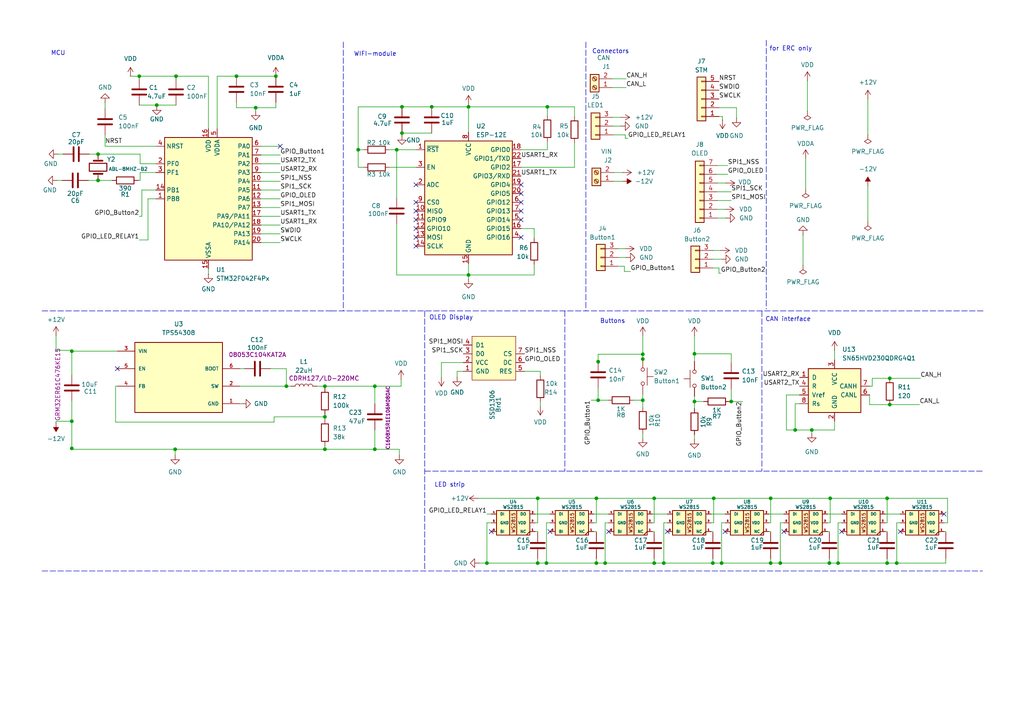
<source format=kicad_sch>
(kicad_sch (version 20231120) (generator "eeschema") (generator_version "8.0")
  (paper "A4")
  (junction (at 209.296 163.322))
  (junction (at 173.482 104.902))
  (junction (at 74.168 31.242))
  (junction (at 20.828 130.048))
  (junction (at 257.302 144.526))
  (junction (at 141.224 163.322))
  (junction (at 50.8 130.302))
  (junction (at 135.89 30.988))
  (junction (at 201.422 102.616))
  (junction (at 155.956 163.322))
  (junction (at 189.738 163.322))
  (junction (at 172.974 163.322))
  (junction (at 192.532 163.322))
  (junction (at 240.792 144.526))
  (junction (at 20.828 122.174))
  (junction (at 258.064 117.348))
  (junction (at 172.974 144.526))
  (junction (at 94.234 112.014))
  (junction (at 116.586 30.988))
  (junction (at 257.302 163.322))
  (junction (at 207.01 144.526))
  (junction (at 240.538 163.322))
  (junction (at 158.496 163.322))
  (junction (at 260.096 163.322))
  (junction (at 68.58 22.098))
  (junction (at 51.054 22.098))
  (junction (at 116.586 38.608))
  (junction (at 186.436 116.078))
  (junction (at 83.058 112.014))
  (junction (at 28.448 52.324))
  (junction (at 235.458 124.714))
  (junction (at 230.632 124.714))
  (junction (at 125.222 30.988))
  (junction (at 212.09 116.459))
  (junction (at 155.956 144.526))
  (junction (at 40.386 22.098))
  (junction (at 94.234 120.904))
  (junction (at 175.514 163.322))
  (junction (at 80.01 22.098))
  (junction (at 135.89 79.756))
  (junction (at 186.436 104.14))
  (junction (at 226.314 163.322))
  (junction (at 108.712 130.302))
  (junction (at 223.52 144.526))
  (junction (at 173.482 116.078))
  (junction (at 243.078 163.322))
  (junction (at 223.52 163.322))
  (junction (at 115.062 43.434))
  (junction (at 103.886 43.434))
  (junction (at 28.448 44.704))
  (junction (at 108.712 112.014))
  (junction (at 189.738 144.526))
  (junction (at 94.234 130.302))
  (junction (at 158.75 30.988))
  (junction (at 45.466 30.48))
  (junction (at 258.064 109.728))
  (junction (at 201.422 116.459))
  (junction (at 20.828 101.854))
  (junction (at 186.436 102.743))
  (junction (at 206.756 163.322))
  (no_connect (at 261.112 154.178))
  (no_connect (at 151.13 63.754))
  (no_connect (at 193.548 154.178))
  (no_connect (at 81.28 42.418))
  (no_connect (at 120.65 71.374))
  (no_connect (at 151.13 53.594))
  (no_connect (at 120.65 68.834))
  (no_connect (at 151.13 58.674))
  (no_connect (at 34.036 106.934))
  (no_connect (at 151.13 68.834))
  (no_connect (at 210.312 154.178))
  (no_connect (at 151.13 61.214))
  (no_connect (at 120.65 58.674))
  (no_connect (at 159.512 154.178))
  (no_connect (at 120.65 66.294))
  (no_connect (at 176.53 154.178))
  (no_connect (at 244.094 154.178))
  (no_connect (at 142.494 154.178))
  (no_connect (at 120.65 63.754))
  (no_connect (at 120.65 61.214))
  (no_connect (at 227.33 154.178))
  (no_connect (at 273.812 149.098))
  (no_connect (at 120.65 53.594))
  (no_connect (at 151.13 56.134))
  (wire (pts (xy 113.03 48.514) (xy 120.65 48.514)))
  (wire (pts (xy 108.712 130.302) (xy 115.824 130.302)))
  (wire (pts (xy 132.588 107.696) (xy 132.588 109.474)))
  (wire (pts (xy 207.01 144.526) (xy 207.01 151.638)))
  (wire (pts (xy 50.8 130.302) (xy 94.234 130.302)))
  (wire (pts (xy 20.828 101.6) (xy 20.828 101.854)))
  (wire (pts (xy 166.624 48.514) (xy 166.624 41.402)))
  (wire (pts (xy 75.692 57.658) (xy 81.28 57.658)))
  (wire (pts (xy 251.714 64.262) (xy 251.714 53.848)))
  (wire (pts (xy 235.458 124.714) (xy 235.458 125.73)))
  (wire (pts (xy 41.148 55.118) (xy 41.148 62.738)))
  (wire (pts (xy 240.03 149.098) (xy 244.094 149.098)))
  (wire (pts (xy 84.328 112.014) (xy 83.058 112.014)))
  (wire (pts (xy 206.756 75.184) (xy 209.296 75.184)))
  (wire (pts (xy 94.234 130.302) (xy 108.712 130.302)))
  (wire (pts (xy 75.692 44.958) (xy 81.28 44.958)))
  (wire (pts (xy 154.94 79.756) (xy 135.89 79.756)))
  (wire (pts (xy 228.092 114.554) (xy 231.902 114.554)))
  (wire (pts (xy 177.8 36.576) (xy 180.086 36.576)))
  (wire (pts (xy 213.614 34.29) (xy 213.614 31.242)))
  (wire (pts (xy 186.436 97.409) (xy 186.436 102.743)))
  (wire (pts (xy 223.52 163.322) (xy 226.314 163.322)))
  (wire (pts (xy 244.094 151.638) (xy 243.078 151.638)))
  (wire (pts (xy 252.984 112.014) (xy 252.984 109.728)))
  (wire (pts (xy 260.096 151.638) (xy 260.096 163.322)))
  (wire (pts (xy 28.448 44.704) (xy 40.64 44.704)))
  (wire (pts (xy 257.302 154.178) (xy 257.302 154.432)))
  (wire (pts (xy 181.102 77.216) (xy 181.102 78.74)))
  (wire (pts (xy 252.222 117.348) (xy 258.064 117.348)))
  (wire (pts (xy 83.058 106.934) (xy 83.058 112.014)))
  (wire (pts (xy 172.212 151.638) (xy 172.974 151.638)))
  (wire (pts (xy 201.422 114.935) (xy 201.422 116.459)))
  (wire (pts (xy 40.64 52.324) (xy 40.64 50.038)))
  (wire (pts (xy 115.062 43.434) (xy 115.062 57.404)))
  (wire (pts (xy 142.494 151.638) (xy 141.224 151.638)))
  (wire (pts (xy 242.062 101.6) (xy 242.062 104.394)))
  (wire (pts (xy 172.974 144.526) (xy 189.738 144.526)))
  (wire (pts (xy 257.302 151.638) (xy 257.302 144.526)))
  (wire (pts (xy 166.624 30.988) (xy 158.75 30.988)))
  (wire (pts (xy 155.194 154.178) (xy 155.956 154.178)))
  (wire (pts (xy 189.738 144.526) (xy 207.01 144.526)))
  (wire (pts (xy 69.596 106.934) (xy 70.866 106.934)))
  (wire (pts (xy 173.482 102.743) (xy 173.482 104.902)))
  (wire (pts (xy 274.32 154.178) (xy 273.812 154.178)))
  (wire (pts (xy 74.168 31.242) (xy 74.168 32.258)))
  (wire (pts (xy 223.52 162.052) (xy 223.52 163.322)))
  (wire (pts (xy 75.692 50.038) (xy 81.28 50.038)))
  (wire (pts (xy 209.55 33.782) (xy 209.55 34.798)))
  (wire (pts (xy 75.692 62.738) (xy 81.28 62.738)))
  (wire (pts (xy 151.13 66.294) (xy 154.94 66.294)))
  (wire (pts (xy 177.546 22.86) (xy 181.61 22.86)))
  (wire (pts (xy 68.58 22.098) (xy 80.01 22.098)))
  (wire (pts (xy 172.974 151.638) (xy 172.974 144.526)))
  (wire (pts (xy 30.48 29.718) (xy 30.48 31.496)))
  (wire (pts (xy 103.886 43.434) (xy 103.886 48.514)))
  (wire (pts (xy 223.012 154.178) (xy 223.52 154.178)))
  (wire (pts (xy 186.436 125.73) (xy 186.436 127.127)))
  (wire (pts (xy 256.794 149.098) (xy 261.112 149.098)))
  (wire (pts (xy 20.828 122.174) (xy 16.256 122.174)))
  (wire (pts (xy 135.89 30.988) (xy 135.89 38.354)))
  (wire (pts (xy 213.614 31.242) (xy 208.534 31.242)))
  (wire (pts (xy 50.8 130.302) (xy 50.8 132.08)))
  (polyline (pts (xy 163.83 90.17) (xy 163.83 136.652)) (stroke (width 0) (type dash)))
  (wire (pts (xy 173.736 105.41) (xy 173.736 104.902)))
  (wire (pts (xy 201.422 97.409) (xy 201.422 102.616)))
  (wire (pts (xy 79.502 122.428) (xy 79.502 120.904)))
  (wire (pts (xy 231.902 117.094) (xy 230.632 117.094)))
  (wire (pts (xy 155.956 154.178) (xy 155.956 154.432)))
  (wire (pts (xy 235.458 124.714) (xy 242.062 124.714)))
  (polyline (pts (xy 123.19 136.652) (xy 284.988 136.652)) (stroke (width 0) (type dash)))
  (wire (pts (xy 181.356 40.132) (xy 181.356 39.116)))
  (wire (pts (xy 60.452 77.978) (xy 60.452 79.502)))
  (wire (pts (xy 62.992 22.098) (xy 62.992 37.338)))
  (wire (pts (xy 206.756 72.644) (xy 209.042 72.644)))
  (wire (pts (xy 212.09 102.616) (xy 201.422 102.616)))
  (wire (pts (xy 228.092 124.714) (xy 228.092 114.554)))
  (wire (pts (xy 252.222 114.554) (xy 252.222 117.348)))
  (wire (pts (xy 178.054 52.578) (xy 180.594 52.578)))
  (wire (pts (xy 108.712 124.714) (xy 108.712 130.302)))
  (wire (pts (xy 103.886 43.434) (xy 103.886 30.988)))
  (wire (pts (xy 208.534 33.782) (xy 209.55 33.782)))
  (wire (pts (xy 42.926 57.658) (xy 42.926 69.596)))
  (wire (pts (xy 75.692 67.818) (xy 81.28 67.818)))
  (wire (pts (xy 159.512 151.638) (xy 158.496 151.638)))
  (wire (pts (xy 274.32 162.052) (xy 274.32 163.322)))
  (wire (pts (xy 20.828 130.302) (xy 50.8 130.302)))
  (wire (pts (xy 192.532 151.638) (xy 192.532 163.322)))
  (wire (pts (xy 51.054 22.098) (xy 60.452 22.098)))
  (wire (pts (xy 135.89 30.988) (xy 158.75 30.988)))
  (wire (pts (xy 25.908 44.704) (xy 28.448 44.704)))
  (wire (pts (xy 209.296 163.322) (xy 223.52 163.322)))
  (wire (pts (xy 242.062 122.174) (xy 242.062 124.714)))
  (wire (pts (xy 30.48 42.418) (xy 30.48 39.116)))
  (wire (pts (xy 212.09 116.459) (xy 215.392 116.459)))
  (wire (pts (xy 103.886 48.514) (xy 105.41 48.514)))
  (wire (pts (xy 212.09 112.776) (xy 212.09 116.459)))
  (wire (pts (xy 208.026 55.626) (xy 212.09 55.626)))
  (polyline (pts (xy 220.98 90.17) (xy 220.98 136.652)) (stroke (width 0) (type dash)))
  (wire (pts (xy 94.234 112.014) (xy 94.234 112.522)))
  (wire (pts (xy 94.234 120.142) (xy 94.234 120.904)))
  (wire (pts (xy 186.436 104.648) (xy 186.563 104.648)))
  (wire (pts (xy 108.712 112.014) (xy 108.712 117.094)))
  (wire (pts (xy 186.436 104.14) (xy 186.436 104.648)))
  (wire (pts (xy 172.974 162.052) (xy 172.974 163.322)))
  (wire (pts (xy 108.712 112.014) (xy 116.332 112.014)))
  (wire (pts (xy 20.828 101.854) (xy 34.036 101.854)))
  (wire (pts (xy 257.302 162.052) (xy 257.302 163.322)))
  (wire (pts (xy 16.256 122.174) (xy 16.256 122.682)))
  (wire (pts (xy 116.586 30.988) (xy 125.222 30.988)))
  (wire (pts (xy 243.078 163.322) (xy 257.302 163.322)))
  (wire (pts (xy 208.026 48.006) (xy 211.074 48.006)))
  (wire (pts (xy 186.436 116.078) (xy 186.436 118.11)))
  (wire (pts (xy 181.356 40.132) (xy 182.118 40.132)))
  (wire (pts (xy 173.482 112.522) (xy 173.482 116.078)))
  (wire (pts (xy 208.534 79.248) (xy 209.042 79.248)))
  (wire (pts (xy 223.52 154.178) (xy 223.52 154.432)))
  (wire (pts (xy 135.89 79.756) (xy 135.89 81.026)))
  (wire (pts (xy 206.756 163.322) (xy 209.296 163.322)))
  (wire (pts (xy 261.112 151.638) (xy 260.096 151.638)))
  (wire (pts (xy 210.312 151.638) (xy 209.296 151.638)))
  (wire (pts (xy 201.422 116.459) (xy 204.089 116.459)))
  (wire (pts (xy 207.01 144.526) (xy 223.52 144.526)))
  (wire (pts (xy 226.314 151.638) (xy 226.314 163.322)))
  (wire (pts (xy 230.632 117.094) (xy 230.632 124.714)))
  (polyline (pts (xy 222.25 11.684) (xy 222.25 89.662)) (stroke (width 0) (type dash)))
  (wire (pts (xy 45.212 47.498) (xy 40.64 47.498)))
  (wire (pts (xy 223.52 151.638) (xy 223.52 144.526)))
  (wire (pts (xy 154.94 66.294) (xy 154.94 69.088)))
  (wire (pts (xy 240.792 144.526) (xy 257.302 144.526)))
  (wire (pts (xy 138.938 163.322) (xy 141.224 163.322)))
  (wire (pts (xy 75.692 70.358) (xy 81.28 70.358)))
  (wire (pts (xy 172.974 154.178) (xy 172.974 154.432)))
  (wire (pts (xy 172.974 163.322) (xy 175.514 163.322)))
  (wire (pts (xy 176.53 151.638) (xy 175.514 151.638)))
  (wire (pts (xy 20.828 116.332) (xy 20.828 122.174)))
  (wire (pts (xy 125.222 38.608) (xy 116.586 38.608)))
  (wire (pts (xy 208.534 77.724) (xy 208.534 79.248)))
  (wire (pts (xy 158.496 163.322) (xy 172.974 163.322)))
  (wire (pts (xy 252.222 112.014) (xy 252.984 112.014)))
  (wire (pts (xy 40.386 30.48) (xy 45.466 30.48)))
  (wire (pts (xy 152.146 107.696) (xy 156.718 107.696)))
  (wire (pts (xy 156.718 107.696) (xy 156.718 108.966)))
  (wire (pts (xy 206.248 149.098) (xy 210.312 149.098)))
  (wire (pts (xy 60.452 22.098) (xy 60.452 37.338)))
  (wire (pts (xy 173.482 102.743) (xy 186.436 102.743)))
  (wire (pts (xy 172.212 149.098) (xy 176.53 149.098)))
  (wire (pts (xy 173.482 105.41) (xy 173.736 105.41)))
  (wire (pts (xy 233.68 45.974) (xy 233.68 54.864)))
  (wire (pts (xy 94.234 120.904) (xy 94.234 121.666)))
  (wire (pts (xy 20.828 101.854) (xy 20.828 108.712)))
  (wire (pts (xy 257.302 144.526) (xy 274.828 144.526)))
  (wire (pts (xy 186.563 104.648) (xy 186.563 104.14)))
  (polyline (pts (xy 123.19 90.17) (xy 123.19 165.608)) (stroke (width 0) (type dash)))
  (wire (pts (xy 189.23 149.098) (xy 193.548 149.098)))
  (wire (pts (xy 68.58 29.718) (xy 68.58 31.242)))
  (wire (pts (xy 116.332 109.982) (xy 116.332 112.014)))
  (wire (pts (xy 192.532 163.322) (xy 206.756 163.322)))
  (wire (pts (xy 28.448 52.324) (xy 32.512 52.324)))
  (wire (pts (xy 186.436 114.3) (xy 186.436 116.078)))
  (wire (pts (xy 172.974 144.526) (xy 155.956 144.526)))
  (wire (pts (xy 206.756 154.178) (xy 206.248 154.178)))
  (wire (pts (xy 40.132 52.324) (xy 40.64 52.324)))
  (wire (pts (xy 173.736 104.902) (xy 173.482 104.902)))
  (wire (pts (xy 80.01 29.718) (xy 80.01 31.242)))
  (polyline (pts (xy 96.012 90.17) (xy 285.496 90.17)) (stroke (width 0) (type dash)))
  (wire (pts (xy 166.624 33.782) (xy 166.624 30.988)))
  (wire (pts (xy 208.026 50.546) (xy 211.074 50.546)))
  (wire (pts (xy 206.248 151.638) (xy 207.01 151.638)))
  (wire (pts (xy 177.8 34.036) (xy 180.086 34.036)))
  (wire (pts (xy 155.194 149.098) (xy 159.512 149.098)))
  (wire (pts (xy 189.23 154.178) (xy 189.738 154.178)))
  (polyline (pts (xy 99.568 12.192) (xy 99.568 90.17)) (stroke (width 0) (type dash)))
  (wire (pts (xy 206.756 77.724) (xy 208.534 77.724)))
  (wire (pts (xy 135.89 76.454) (xy 135.89 79.756)))
  (wire (pts (xy 183.896 116.078) (xy 186.436 116.078)))
  (wire (pts (xy 75.692 52.578) (xy 81.28 52.578)))
  (wire (pts (xy 252.984 109.728) (xy 258.064 109.728)))
  (polyline (pts (xy 169.926 12.192) (xy 169.926 90.17)) (stroke (width 0) (type dash)))
  (wire (pts (xy 243.078 151.638) (xy 243.078 163.322)))
  (wire (pts (xy 68.58 31.242) (xy 74.168 31.242)))
  (wire (pts (xy 158.496 163.322) (xy 155.956 163.322)))
  (polyline (pts (xy 12.192 90.17) (xy 96.012 90.17)) (stroke (width 0) (type dash)))
  (wire (pts (xy 68.58 22.098) (xy 62.992 22.098)))
  (wire (pts (xy 179.324 72.136) (xy 181.356 72.136)))
  (wire (pts (xy 151.13 43.434) (xy 158.75 43.434)))
  (wire (pts (xy 45.212 57.658) (xy 42.926 57.658)))
  (wire (pts (xy 181.356 39.116) (xy 177.8 39.116)))
  (wire (pts (xy 186.436 102.743) (xy 186.436 104.14)))
  (wire (pts (xy 91.948 112.014) (xy 94.234 112.014)))
  (wire (pts (xy 94.234 112.014) (xy 108.712 112.014)))
  (wire (pts (xy 208.026 60.706) (xy 210.312 60.706)))
  (wire (pts (xy 206.756 162.052) (xy 206.756 163.322)))
  (wire (pts (xy 201.422 126.111) (xy 201.422 127.508)))
  (wire (pts (xy 75.692 65.278) (xy 81.28 65.278)))
  (wire (pts (xy 251.714 28.702) (xy 251.714 39.116)))
  (wire (pts (xy 171.45 116.078) (xy 173.482 116.078)))
  (wire (pts (xy 16.51 52.324) (xy 18.034 52.324)))
  (wire (pts (xy 173.482 104.902) (xy 173.482 105.41)))
  (wire (pts (xy 258.064 109.728) (xy 266.954 109.728)))
  (wire (pts (xy 134.366 107.696) (xy 132.588 107.696)))
  (wire (pts (xy 230.632 124.714) (xy 235.458 124.714)))
  (wire (pts (xy 75.692 60.198) (xy 81.28 60.198)))
  (wire (pts (xy 177.546 25.4) (xy 181.61 25.4)))
  (wire (pts (xy 212.09 105.156) (xy 212.09 102.616)))
  (wire (pts (xy 94.234 129.286) (xy 94.234 130.302)))
  (wire (pts (xy 189.738 154.178) (xy 189.738 154.432)))
  (wire (pts (xy 211.709 116.459) (xy 212.09 116.459)))
  (wire (pts (xy 240.538 154.178) (xy 240.538 154.432)))
  (wire (pts (xy 116.586 38.608) (xy 116.586 39.37)))
  (wire (pts (xy 69.596 112.014) (xy 83.058 112.014)))
  (wire (pts (xy 156.718 116.586) (xy 156.718 117.856)))
  (wire (pts (xy 210.566 53.086) (xy 208.026 53.086)))
  (wire (pts (xy 226.314 163.322) (xy 240.538 163.322)))
  (wire (pts (xy 33.528 112.014) (xy 33.528 122.428)))
  (wire (pts (xy 223.52 144.526) (xy 240.792 144.526)))
  (wire (pts (xy 40.386 22.098) (xy 51.054 22.098)))
  (wire (pts (xy 74.168 31.242) (xy 80.01 31.242)))
  (wire (pts (xy 34.036 112.014) (xy 33.528 112.014)))
  (wire (pts (xy 103.886 30.988) (xy 116.586 30.988)))
  (wire (pts (xy 40.386 22.098) (xy 37.846 22.098)))
  (wire (pts (xy 40.64 47.498) (xy 40.64 44.704)))
  (wire (pts (xy 228.092 124.714) (xy 230.632 124.714)))
  (wire (pts (xy 75.692 42.418) (xy 81.28 42.418)))
  (wire (pts (xy 45.466 30.48) (xy 51.054 30.48)))
  (wire (pts (xy 115.824 130.302) (xy 115.824 132.08)))
  (wire (pts (xy 115.062 65.024) (xy 115.062 79.756)))
  (wire (pts (xy 103.886 43.434) (xy 105.41 43.434)))
  (wire (pts (xy 189.738 162.052) (xy 189.738 163.322)))
  (wire (pts (xy 155.956 144.526) (xy 155.956 151.638)))
  (wire (pts (xy 258.064 117.348) (xy 266.7 117.348)))
  (wire (pts (xy 176.276 116.078) (xy 173.482 116.078)))
  (wire (pts (xy 151.13 48.514) (xy 166.624 48.514)))
  (wire (pts (xy 189.738 151.638) (xy 189.738 144.526)))
  (wire (pts (xy 240.538 154.178) (xy 240.03 154.178)))
  (wire (pts (xy 260.096 163.322) (xy 274.32 163.322)))
  (wire (pts (xy 186.563 104.14) (xy 186.436 104.14)))
  (wire (pts (xy 256.794 151.638) (xy 257.302 151.638)))
  (wire (pts (xy 158.75 43.434) (xy 158.75 41.148)))
  (polyline (pts (xy 12.192 165.608) (xy 284.988 165.608)) (stroke (width 0) (type dash)))
  (wire (pts (xy 240.538 163.322) (xy 243.078 163.322)))
  (wire (pts (xy 273.812 151.638) (xy 274.828 151.638)))
  (wire (pts (xy 41.148 62.738) (xy 40.386 62.738)))
  (wire (pts (xy 20.828 130.302) (xy 20.828 130.048)))
  (wire (pts (xy 138.684 144.526) (xy 155.956 144.526)))
  (wire (pts (xy 40.64 50.038) (xy 45.212 50.038)))
  (wire (pts (xy 155.956 163.322) (xy 141.224 163.322)))
  (wire (pts (xy 135.89 30.226) (xy 135.89 30.988)))
  (wire (pts (xy 240.792 144.526) (xy 240.792 151.638)))
  (wire (pts (xy 113.03 43.434) (xy 115.062 43.434)))
  (wire (pts (xy 78.486 106.934) (xy 83.058 106.934)))
  (wire (pts (xy 175.514 151.638) (xy 175.514 163.322)))
  (wire (pts (xy 206.756 154.178) (xy 206.756 154.432)))
  (wire (pts (xy 20.574 130.048) (xy 20.828 130.048)))
  (wire (pts (xy 42.926 69.596) (xy 40.386 69.596)))
  (wire (pts (xy 189.738 163.322) (xy 192.532 163.322)))
  (wire (pts (xy 234.188 23.368) (xy 234.188 32.258)))
  (wire (pts (xy 257.302 163.322) (xy 260.096 163.322)))
  (wire (pts (xy 33.528 122.428) (xy 79.502 122.428)))
  (wire (pts (xy 201.422 116.459) (xy 201.422 118.491)))
  (wire (pts (xy 155.956 151.638) (xy 155.194 151.638)))
  (wire (pts (xy 30.48 42.418) (xy 45.212 42.418)))
  (wire (pts (xy 25.654 52.324) (xy 28.448 52.324)))
  (wire (pts (xy 155.956 162.052) (xy 155.956 163.322)))
  (wire (pts (xy 179.324 74.676) (xy 181.61 74.676)))
  (wire (pts (xy 158.75 33.528) (xy 158.75 30.988)))
  (wire (pts (xy 175.514 163.322) (xy 189.738 163.322)))
  (wire (pts (xy 274.32 154.178) (xy 274.32 154.432)))
  (wire (pts (xy 179.324 77.216) (xy 181.102 77.216)))
  (wire (pts (xy 16.256 97.282) (xy 16.256 101.6)))
  (wire (pts (xy 189.23 151.638) (xy 189.738 151.638)))
  (wire (pts (xy 240.03 151.638) (xy 240.792 151.638)))
  (wire (pts (xy 209.296 151.638) (xy 209.296 163.322)))
  (wire (pts (xy 240.538 162.052) (xy 240.538 163.322)))
  (wire (pts (xy 79.502 120.904) (xy 94.234 120.904)))
  (wire (pts (xy 75.692 55.118) (xy 81.28 55.118)))
  (wire (pts (xy 115.062 79.756) (xy 135.89 79.756)))
  (wire (pts (xy 274.828 144.526) (xy 274.828 151.638)))
  (wire (pts (xy 232.918 68.072) (xy 232.918 76.962)))
  (wire (pts (xy 193.548 151.638) (xy 192.532 151.638)))
  (wire (pts (xy 208.026 63.246) (xy 210.566 63.246)))
  (wire (pts (xy 51.054 22.86) (xy 51.054 22.098)))
  (wire (pts (xy 178.054 50.038) (xy 180.594 50.038)))
  (wire (pts (xy 141.224 151.638) (xy 141.224 163.322)))
  (wire (pts (xy 40.386 22.86) (xy 40.386 22.098)))
  (wire (pts (xy 227.33 151.638) (xy 226.314 151.638)))
  (wire (pts (xy 20.828 130.048) (xy 20.828 122.174)))
  (wire (pts (xy 16.256 101.6) (xy 20.828 101.6)))
  (wire (pts (xy 45.212 55.118) (xy 41.148 55.118)))
  (wire (pts (xy 201.422 102.616) (xy 201.422 104.775)))
  (wire (pts (xy 172.212 154.178) (xy 172.974 154.178)))
  (wire (pts (xy 69.596 117.094) (xy 70.104 117.094)))
  (wire (pts (xy 208.026 58.166) (xy 212.09 58.166)))
  (wire (pts (xy 141.224 149.098) (xy 142.494 149.098)))
  (wire (pts (xy 125.222 30.988) (xy 135.89 30.988)))
  (wire (pts (xy 181.102 78.74) (xy 182.88 78.74)))
  (wire (pts (xy 154.94 76.708) (xy 154.94 79.756)))
  (wire (pts (xy 128.016 105.156) (xy 128.016 109.474)))
  (wire (pts (xy 45.466 30.48) (xy 45.466 30.734)))
  (wire (pts (xy 75.692 47.498) (xy 81.28 47.498)))
  (wire (pts (xy 223.012 149.098) (xy 227.33 149.098)))
  (wire (pts (xy 115.062 43.434) (xy 120.65 43.434)))
  (wire (pts (xy 256.794 154.178) (xy 257.302 154.178)))
  (wire (pts (xy 158.496 151.638) (xy 158.496 163.322)))
  (wire (pts (xy 134.366 105.156) (xy 128.016 105.156)))
  (wire (pts (xy 223.012 151.638) (xy 223.52 151.638)))
  (wire (pts (xy 16.764 44.704) (xy 18.288 44.704)))
  (text "OLED Display\n" (at 124.46 92.964 0) (effects (font (size 1.27 1.27)) (justify left bottom)))
  (text "for ERC only\n" (at 229.362 14.224 0) (effects (font (size 1.27 1.27))))
  (text "WIFI-module\n" (at 102.616 16.51 0) (effects (font (size 1.27 1.27)) (justify left bottom)))
  (text "Connectors\n" (at 171.704 15.748 0) (effects (font (size 1.27 1.27)) (justify left bottom)))
  (text "MCU\n" (at 14.732 16.256 0) (effects (font (size 1.27 1.27)) (justify left bottom)))
  (text "CAN interface\n" (at 228.6 92.71 0) (effects (font (size 1.27 1.27))))
  (text "LED strip\n" (at 125.984 141.478 0) (effects (font (size 1.27 1.27)) (justify left bottom)))
  (text "Buttons\n" (at 173.99 93.98 0) (effects (font (size 1.27 1.27)) (justify left bottom)))
  (label "GPIO_OLED" (at 152.146 105.156 0))
  (label "USART1_RX" (at 81.28 65.278 0))
  (label "SPI1_NSS" (at 81.28 52.578 0))
  (label "USART2_RX" (at 81.28 50.038 0))
  (label "NRST" (at 208.534 23.622 0))
  (label "SWCLK" (at 81.28 70.358 0))
  (label "GPIO_Button1" (at 182.88 78.74 0))
  (label "USART2_TX" (at 231.902 112.014 180))
  (label "SPI1_MOSI" (at 81.28 60.198 0))
  (label "GPIO_Button1" (at 81.28 44.958 0))
  (label "USART2_TX" (at 81.28 47.498 0))
  (label "GPIO_OLED" (at 81.28 57.658 0))
  (label "USART1_TX" (at 81.28 62.738 0))
  (label "CAN_H" (at 266.954 109.728 0))
  (label "GPIO_Button2" (at 209.042 79.248 0))
  (label "SPI1_MOSI" (at 134.366 100.076 180))
  (label "USART1_RX" (at 151.13 45.974 0))
  (label "SWDIO" (at 208.534 26.162 0))
  (label "GPIO_OLED" (at 211.074 50.546 0))
  (label "GPIO_Button2" (at 40.386 62.738 180))
  (label "NRST" (at 30.48 41.91 0))
  (label "SWDIO" (at 81.28 67.818 0))
  (label "USART2_RX" (at 231.902 109.474 180))
  (label "CAN_H" (at 181.61 22.86 0))
  (label "SPI1_MOSI" (at 212.09 58.166 0))
  (label "USART1_TX" (at 151.13 51.054 0))
  (label "SPI1_NSS" (at 211.074 48.006 0))
  (label "SPI1_SCK" (at 212.09 55.626 0))
  (label "SPI1_SCK" (at 81.28 55.118 0))
  (label "CAN_L" (at 266.7 117.348 0))
  (label "SPI1_SCK" (at 134.366 102.616 180))
  (label "GPIO_LED_RELAY1" (at 40.386 69.596 180))
  (label "SPI1_NSS" (at 152.146 102.616 0))
  (label "SWCLK" (at 208.534 28.702 0))
  (label "CAN_L" (at 181.61 25.4 0))
  (label "GPIO_LED_RELAY1" (at 182.118 40.132 0))
  (label "GPIO_Button2" (at 215.392 116.459 270))
  (label "GPIO_LED_RELAY1" (at 141.224 149.098 180))
  (label "GPIO_Button1" (at 171.45 116.078 270))
  (symbol (lib_id "power:VDD") (at 128.016 109.474 180) (unit 1)
    (property "Reference" "#PWR016" (effects (hide yes)))
    (property "Value" "VDD" (at 128.016 114.046 0))
    (property "Description" "Power symbol creates a global label with name \"VDD\"" (effects (hide yes)))
  )
  (symbol (lib_id "power:VDD") (at 135.89 30.226 0) (unit 1)
    (property "Reference" "#PWR07" (effects (hide yes)))
    (property "Value" "VDD" (at 135.89 25.654 0))
    (property "Description" "Power symbol creates a global label with name \"VDD\"" (effects (hide yes)))
  )
  (symbol (lib_id "power:+12V") (at 138.684 144.526 90) (unit 1)
    (property "Reference" "#PWR022" (effects (hide yes)))
    (property "Value" "+12V" (at 133.35 144.526 90))
    (property "Description" "Power symbol creates a global label with name \"+12V\"" (effects (hide yes)))
  )
  (symbol (lib_id "Device:R") (at 166.624 37.592 180) (unit 1)
    (property "Reference" "R5" (at 163.576 36.576 0))
    (property "Value" "10k" (at 163.322 39.116 0))
    (property "Footprint" "Resistor_SMD:R_0805_2012Metric" (effects (hide yes)))
    (property "Description" "Resistor" (effects (hide yes)))
  )
  (symbol (lib_id "Interface_CAN_LIN:SN65HVD230") (at 242.062 112.014 0) (unit 1)
    (property "Reference" "U13" (at 244.2561 101.346 0) (effects (justify left)))
    (property "Value" "SN65HVD230QDRG4Q1" (at 244.2561 103.886 0) (effects (justify left)))
    (property "Footprint" "Package_SO:SOIC-8_3.9x4.9mm_P1.27mm" (effects (hide yes)))
  )
  (symbol (lib_id "power:+12V") (at 180.086 34.036 270) (unit 1)
    (property "Reference" "#PWR026" (effects (hide yes)))
    (property "Value" "+12V" (at 184.15 34.0359 90) (effects (justify left)))
    (property "Description" "Power symbol creates a global label with name \"+12V\"" (effects (hide yes)))
  )
  (symbol (lib_id "power:PWR_FLAG") (at 233.68 54.864 180) (unit 1)
    (property "Reference" "#FLG02" (effects (hide yes)))
    (property "Value" "PWR_FLAG" (at 233.68 59.69 0))
    (property "Description" "Special symbol for telling ERC where power comes from" (effects (hide yes)))
  )
  (symbol (lib_id "Device:C") (at 257.302 158.242 0) (unit 1)
    (property "Reference" "C21" (at 251.46 156.718 0) (effects (justify left)))
    (property "Value" "1uF" (at 251.46 158.75 0) (effects (justify left)))
    (property "Footprint" "Capacitor_SMD:C_0805_2012Metric" (effects (hide yes)))
    (property "Description" "Unpolarized capacitor" (effects (hide yes)))
  )
  (symbol (lib_id "power:GND") (at 45.466 30.734 0) (unit 1)
    (property "Reference" "#PWR02" (effects (hide yes)))
    (property "Value" "GND" (at 45.466 34.544 0))
    (property "Description" "Power symbol creates a global label with name \"GND\" , ground" (effects (hide yes)))
  )
  (symbol (lib_id "power:GND") (at 210.566 63.246 90) (unit 1)
    (property "Reference" "#PWR047" (effects (hide yes)))
    (property "Value" "GND" (at 214.376 63.2459 90) (effects (justify right)))
    (property "Description" "Power symbol creates a global label with name \"GND\" , ground" (effects (hide yes)))
  )
  (symbol (lib_id "power:PWR_FLAG") (at 251.714 64.262 180) (unit 1)
    (property "Reference" "#FLG05" (effects (hide yes)))
    (property "Value" "PWR_FLAG" (at 251.714 69.088 0))
    (property "Description" "Special symbol for telling ERC where power comes from" (effects (hide yes)))
  )
  (symbol (lib_id "power:-12V") (at 251.714 53.848 0) (unit 1)
    (property "Reference" "#PWR029" (effects (hide yes)))
    (property "Value" "-12V" (at 251.714 49.022 0))
    (property "Description" "Power symbol creates a global label with name \"-12V\"" (effects (hide yes)))
  )
  (symbol (lib_id "WS2815_mini:WS2815") (at 148.844 152.908 0) (unit 1)
    (property "Reference" "U4" (at 148.844 145.542 0) (effects (font (size 1 1))))
    (property "Value" "WS2815" (at 148.844 147.066 0) (effects (font (size 1 1))))
    (property "Footprint" "LED_SMD:LED_WS2812_PLCC6_5.0x5.0mm_P1.6mm" (effects (hide yes)))
    (property "MF" "Normand" (effects (hide yes)))
    (property "Description_1" "\n                        \n                            Intelligent control LED integrated light source\n                        \n" (effects (hide yes)))
    (property "Package" "Package" (effects (hide yes)))
    (property "Price" "None" (effects (hide yes)))
    (property "SnapEDA_Link" "https://www.snapeda.com/parts/WS2815/Normand/view-part/?ref=snap" (effects (hide yes)))
    (property "MP" "WS2815" (effects (hide yes)))
    (property "Availability" "Not in stock" (effects (hide yes)))
    (property "Check_prices" "https://www.snapeda.com/parts/WS2815/Normand/view-part/?ref=eda" (effects (hide yes)))
  )
  (symbol (lib_id "Connector_Generic:Conn_01x03") (at 201.676 75.184 180) (unit 1)
    (property "Reference" "J6" (at 202.184 66.802 0))
    (property "Value" "Button2" (at 202.184 69.342 0))
    (property "Footprint" "Connector_PinHeader_2.54mm:PinHeader_1x03_P2.54mm_Vertical" (effects (hide yes)))
    (property "Description" "Generic connector, single row, 01x03, script generated (kicad-library-utils/schlib/autogen/connector/)" (effects (hide yes)))
  )
  (symbol (lib_id "Device:R") (at 180.086 116.078 90) (unit 1)
    (property "Reference" "R8" (at 180.086 120.396 90))
    (property "Value" "1K" (at 180.086 118.618 90))
    (property "Footprint" "Resistor_SMD:R_0805_2012Metric" (effects (hide yes)))
    (property "Description" "Resistor" (effects (hide yes)))
  )
  (symbol (lib_id "Device:R") (at 36.322 52.324 90) (unit 1)
    (property "Reference" "R1" (at 36.322 56.388 90))
    (property "Value" "390" (at 36.322 54.61 90))
    (property "Footprint" "Resistor_SMD:R_0805_2012Metric" (effects (hide yes)))
    (property "Description" "Resistor" (effects (hide yes)))
  )
  (symbol (lib_id "Device:R") (at 156.718 112.776 0) (unit 1)
    (property "Reference" "R14" (at 159.766 113.792 0))
    (property "Value" "10k" (at 160.02 111.252 0))
    (property "Footprint" "Resistor_SMD:R_0805_2012Metric" (effects (hide yes)))
    (property "Description" "Resistor" (effects (hide yes)))
  )
  (symbol (lib_id "Device:R") (at 154.94 72.898 180) (unit 1)
    (property "Reference" "R6" (at 151.892 71.882 0))
    (property "Value" "10k" (at 151.638 74.422 0))
    (property "Footprint" "Resistor_SMD:R_0805_2012Metric" (effects (hide yes)))
    (property "Description" "Resistor" (effects (hide yes)))
  )
  (symbol (lib_id "power:GND") (at 50.8 132.08 0) (unit 1)
    (property "Reference" "#PWR013" (effects (hide yes)))
    (property "Value" "GND" (at 50.8 136.906 0))
    (property "Description" "Power symbol creates a global label with name \"GND\" , ground" (effects (hide yes)))
  )
  (symbol (lib_id "RF_Module:ESP-12E") (at 135.89 58.674 0) (unit 1)
    (property "Reference" "U2" (at 138.0841 36.576 0) (effects (justify left)))
    (property "Value" "ESP-12E" (at 138.0841 39.116 0) (effects (justify left)))
    (property "Footprint" "RF_Module:ESP-12E" (effects (hide yes)))
    (property "Datasheet" "http://wiki.ai-thinker.com/_media/esp8266/esp8266_series_modules_user_manual_v1.1.pdf" (effects (hide yes)))
    (property "Description" "802.11 b/g/n Wi-Fi Module" (effects (hide yes)))
  )
  (symbol (lib_id "WS2815_mini:WS2815") (at 267.462 152.908 0) (unit 1)
    (property "Reference" "U11" (at 267.462 145.542 0) (effects (font (size 1 1))))
    (property "Value" "WS2815" (at 267.462 147.066 0) (effects (font (size 1 1))))
    (property "Footprint" "LED_SMD:LED_WS2812_PLCC6_5.0x5.0mm_P1.6mm" (effects (hide yes)))
    (property "MF" "Normand" (effects (hide yes)))
    (property "Description_1" "\n                        \n                            Intelligent control LED integrated light source\n                        \n" (effects (hide yes)))
    (property "Package" "Package" (effects (hide yes)))
    (property "Price" "None" (effects (hide yes)))
    (property "SnapEDA_Link" "https://www.snapeda.com/parts/WS2815/Normand/view-part/?ref=snap" (effects (hide yes)))
    (property "MP" "WS2815" (effects (hide yes)))
    (property "Availability" "Not in stock" (effects (hide yes)))
    (property "Check_prices" "https://www.snapeda.com/parts/WS2815/Normand/view-part/?ref=eda" (effects (hide yes)))
  )
  (symbol (lib_id "power:GND") (at 74.168 32.258 0) (unit 1)
    (property "Reference" "#PWR03" (effects (hide yes)))
    (property "Value" "GND" (at 74.168 37.084 0))
    (property "Description" "Power symbol creates a global label with name \"GND\" , ground" (effects (hide yes)))
  )
  (symbol (lib_id "Device:R") (at 94.234 116.332 0) (unit 1)
    (property "Reference" "R12" (at 96.52 115.0619 0) (effects (justify left)))
    (property "Value" "100k" (at 96.52 117.6019 0) (effects (justify left)))
    (property "Footprint" "Resistor_SMD:R_0805_2012Metric" (effects (hide yes)))
    (property "Description" "Resistor" (effects (hide yes)))
  )
  (symbol (lib_id "Device:C") (at 155.956 158.242 0) (unit 1)
    (property "Reference" "C15" (at 149.86 156.718 0) (effects (justify left)))
    (property "Value" "1uF" (at 149.86 158.75 0) (effects (justify left)))
    (property "Footprint" "Capacitor_SMD:C_0805_2012Metric" (effects (hide yes)))
    (property "Description" "Unpolarized capacitor" (effects (hide yes)))
  )
  (symbol (lib_id "power:GND") (at 60.452 79.502 0) (unit 1)
    (property "Reference" "#PWR05" (effects (hide yes)))
    (property "Value" "GND" (at 60.452 83.82 0))
    (property "Description" "Power symbol creates a global label with name \"GND\" , ground" (effects (hide yes)))
  )
  (symbol (lib_id "power:VDD") (at 156.718 117.856 180) (unit 1)
    (property "Reference" "#PWR043" (effects (hide yes)))
    (property "Value" "VDD" (at 156.718 122.428 0))
    (property "Description" "Power symbol creates a global label with name \"VDD\"" (effects (hide yes)))
  )
  (symbol (lib_id "power:GND") (at 16.51 52.324 270) (unit 1)
    (property "Reference" "#PWR035" (effects (hide yes)))
    (property "Value" "GND" (at 16.51 55.118 90) (effects (justify right)))
    (property "Description" "Power symbol creates a global label with name \"GND\" , ground" (effects (hide yes)))
  )
  (symbol (lib_id "Connector_Generic:Conn_01x03") (at 172.72 36.576 180) (unit 1)
    (property "Reference" "J5" (at 172.72 27.94 0))
    (property "Value" "LED1" (at 172.72 30.48 0))
    (property "Footprint" "Connector_PinHeader_2.54mm:PinHeader_1x03_P2.54mm_Vertical" (effects (hide yes)))
    (property "Description" "Generic connector, single row, 01x03, script generated (kicad-library-utils/schlib/autogen/connector/)" (effects (hide yes)))
  )
  (symbol (lib_id "power:GND") (at 16.764 44.704 270) (unit 1)
    (property "Reference" "#PWR036" (effects (hide yes)))
    (property "Value" "GND" (at 16.764 47.498 90) (effects (justify right)))
    (property "Description" "Power symbol creates a global label with name \"GND\" , ground" (effects (hide yes)))
  )
  (symbol (lib_id "Device:R") (at 186.436 121.92 180) (unit 1)
    (property "Reference" "R10" (at 190.754 121.92 90))
    (property "Value" "10k" (at 188.976 121.92 90))
    (property "Footprint" "Resistor_SMD:R_0805_2012Metric" (effects (hide yes)))
    (property "Description" "Resistor" (effects (hide yes)))
  )
  (symbol (lib_id "power:VDD") (at 37.846 22.098 0) (unit 1)
    (property "Reference" "#PWR01" (effects (hide yes)))
    (property "Value" "VDD" (at 37.846 17.018 0))
    (property "Description" "Power symbol creates a global label with name \"VDD\"" (effects (hide yes)))
  )
  (symbol (lib_id "power:VDD") (at 210.566 53.086 270) (unit 1)
    (property "Reference" "#PWR048" (effects (hide yes)))
    (property "Value" "VDD" (at 214.122 52.832 90) (effects (justify left)))
    (property "Description" "Power symbol creates a global label with name \"VDD\"" (effects (hide yes)))
  )
  (symbol (lib_id "power:PWR_FLAG") (at 251.714 39.116 180) (unit 1)
    (property "Reference" "#FLG04" (effects (hide yes)))
    (property "Value" "PWR_FLAG" (at 251.714 43.942 0))
    (property "Description" "Special symbol for telling ERC where power comes from" (effects (hide yes)))
  )
  (symbol (lib_id "power:VDD") (at 210.312 60.706 270) (unit 1)
    (property "Reference" "#PWR046" (effects (hide yes)))
    (property "Value" "VDD" (at 214.376 60.7059 90) (effects (justify left)))
    (property "Description" "Power symbol creates a global label with name \"VDD\"" (effects (hide yes)))
  )
  (symbol (lib_id "Device:R") (at 201.422 122.301 180) (unit 1)
    (property "Reference" "R9" (at 205.74 122.301 90))
    (property "Value" "10k" (at 203.962 122.301 90))
    (property "Footprint" "Resistor_SMD:R_0805_2012Metric" (effects (hide yes)))
    (property "Description" "Resistor" (effects (hide yes)))
  )
  (symbol (lib_id "Device:C") (at 30.48 35.306 180) (unit 1)
    (property "Reference" "C5" (at 34.29 34.036 0) (effects (justify right)))
    (property "Value" "100nF" (at 34.29 36.576 0) (effects (justify right)))
    (property "Footprint" "Capacitor_SMD:C_0805_2012Metric" (effects (hide yes)))
    (property "Description" "Unpolarized capacitor" (effects (hide yes)))
  )
  (symbol (lib_id "Device:C") (at 206.756 158.242 0) (unit 1)
    (property "Reference" "C18" (at 200.66 156.718 0) (effects (justify left)))
    (property "Value" "1uF" (at 200.66 158.75 0) (effects (justify left)))
    (property "Footprint" "Capacitor_SMD:C_0805_2012Metric" (effects (hide yes)))
    (property "Description" "Unpolarized capacitor" (effects (hide yes)))
  )
  (symbol (lib_id "power:GND") (at 186.436 127.127 0) (unit 1)
    (property "Reference" "#PWR018" (effects (hide yes)))
    (property "Value" "GND" (at 186.436 131.699 0))
    (property "Description" "Power symbol creates a global label with name \"GND\" , ground" (effects (hide yes)))
  )
  (symbol (lib_id "power:VDD") (at 181.356 72.136 270) (unit 1)
    (property "Reference" "#PWR037" (effects (hide yes)))
    (property "Value" "VDD" (at 185.42 72.1359 90) (effects (justify left)))
    (property "Description" "Power symbol creates a global label with name \"VDD\"" (effects (hide yes)))
  )
  (symbol (lib_id "Device:C") (at 274.32 158.242 0) (unit 1)
    (property "Reference" "C22" (at 268.224 156.718 0) (effects (justify left)))
    (property "Value" "1uF" (at 268.224 158.75 0) (effects (justify left)))
    (property "Footprint" "Capacitor_SMD:C_0805_2012Metric" (effects (hide yes)))
    (property "Description" "Unpolarized capacitor" (effects (hide yes)))
  )
  (symbol (lib_id "power:GND") (at 70.104 117.094 90) (unit 1)
    (property "Reference" "#PWR012" (effects (hide yes)))
    (property "Value" "GND" (at 73.66 117.0939 90) (effects (justify right)))
    (property "Description" "Power symbol creates a global label with name \"GND\" , ground" (effects (hide yes)))
  )
  (symbol (lib_id "Connector_Generic:Conn_01x07") (at 202.946 55.626 180) (unit 1)
    (property "Reference" "J8" (at 202.946 41.91 0))
    (property "Value" "OLED" (at 202.946 44.45 0))
    (property "Footprint" "Connector_PinHeader_2.54mm:PinHeader_1x07_P2.54mm_Vertical" (effects (hide yes)))
    (property "Description" "Generic connector, single row, 01x07, script generated (kicad-library-utils/schlib/autogen/connector/)" (effects (hide yes)))
  )
  (symbol (lib_id "WS2815_mini:WS2815") (at 250.444 152.908 0) (unit 1)
    (property "Reference" "U10" (at 250.444 145.542 0) (effects (font (size 1 1))))
    (property "Value" "WS2815" (at 250.444 147.066 0) (effects (font (size 1 1))))
    (property "Footprint" "LED_SMD:LED_WS2812_PLCC6_5.0x5.0mm_P1.6mm" (effects (hide yes)))
    (property "MF" "Normand" (effects (hide yes)))
    (property "Description_1" "\n                        \n                            Intelligent control LED integrated light source\n                        \n" (effects (hide yes)))
    (property "Package" "Package" (effects (hide yes)))
    (property "Price" "None" (effects (hide yes)))
    (property "SnapEDA_Link" "https://www.snapeda.com/parts/WS2815/Normand/view-part/?ref=snap" (effects (hide yes)))
    (property "MP" "WS2815" (effects (hide yes)))
    (property "Availability" "Not in stock" (effects (hide yes)))
    (property "Check_prices" "https://www.snapeda.com/parts/WS2815/Normand/view-part/?ref=eda" (effects (hide yes)))
  )
  (symbol (lib_id "power:+12V") (at 180.594 50.038 270) (unit 1)
    (property "Reference" "#PWR044" (effects (hide yes)))
    (property "Value" "+12V" (at 184.658 50.0379 90) (effects (justify left)))
    (property "Description" "Power symbol creates a global label with name \"+12V\"" (effects (hide yes)))
  )
  (symbol (lib_id "power:GND") (at 30.48 29.718 180) (unit 1)
    (property "Reference" "#PWR06" (effects (hide yes)))
    (property "Value" "GND" (at 30.48 25.3364 0))
    (property "Description" "Power symbol creates a global label with name \"GND\" , ground" (effects (hide yes)))
  )
  (symbol (lib_id "Device:C") (at 74.676 106.934 90) (unit 1)
    (property "Reference" "C12" (at 76.454 98.552 90) (effects (justify left)))
    (property "Value" "100nF" (at 77.724 100.838 90) (effects (justify left)))
    (property "Footprint" "Capacitor_SMD:C_0805_2012Metric" (effects (hide yes)))
    (property "Description" "Unpolarized capacitor" (effects (hide yes)))
    (property "Catalogue_number" "08053C104KAT2A" (at 74.676 102.87 90))
  )
  (symbol (lib_id "Device:C") (at 115.062 61.214 180) (unit 1)
    (property "Reference" "C8" (at 107.696 59.69 0) (effects (justify right)))
    (property "Value" "100nF" (at 106.68 61.976 0) (effects (justify right)))
    (property "Footprint" "Capacitor_SMD:C_0805_2012Metric" (effects (hide yes)))
    (property "Description" "Unpolarized capacitor" (effects (hide yes)))
  )
  (symbol (lib_id "power:GND") (at 201.422 127.508 0) (unit 1)
    (property "Reference" "#PWR020" (effects (hide yes)))
    (property "Value" "GND" (at 201.422 132.08 0))
    (property "Description" "Power symbol creates a global label with name \"GND\" , ground" (effects (hide yes)))
  )
  (symbol (lib_id "power:GND") (at 181.61 74.676 90) (unit 1)
    (property "Reference" "#PWR038" (effects (hide yes)))
    (property "Value" "GND" (at 185.42 74.6759 90) (effects (justify right)))
    (property "Description" "Power symbol creates a global label with name \"GND\" , ground" (effects (hide yes)))
  )
  (symbol (lib_id "power:+12V") (at 16.256 97.282 0) (unit 1)
    (property "Reference" "#PWR010" (effects (hide yes)))
    (property "Value" "+12V" (at 16.256 92.71 0))
    (property "Description" "Power symbol creates a global label with name \"+12V\"" (effects (hide yes)))
  )
  (symbol (lib_id "power:VDDA") (at 233.68 45.974 0) (unit 1)
    (property "Reference" "#PWR033" (effects (hide yes)))
    (property "Value" "VDDA" (at 233.68 41.656 0))
    (property "Description" "Power symbol creates a global label with name \"VDDA\"" (effects (hide yes)))
  )
  (symbol (lib_id "power:+12V") (at 251.714 28.702 0) (unit 1)
    (property "Reference" "#PWR028" (effects (hide yes)))
    (property "Value" "+12V" (at 251.714 23.876 0))
    (property "Description" "Power symbol creates a global label with name \"+12V\"" (effects (hide yes)))
  )
  (symbol (lib_id "Device:R") (at 158.75 37.338 180) (unit 1)
    (property "Reference" "R4" (at 155.702 36.83 0))
    (property "Value" "10k" (at 155.702 39.116 0))
    (property "Footprint" "Resistor_SMD:R_0805_2012Metric" (effects (hide yes)))
    (property "Description" "Resistor" (effects (hide yes)))
  )
  (symbol (lib_id "Device:C") (at 223.52 158.242 0) (unit 1)
    (property "Reference" "C19" (at 217.678 156.718 0) (effects (justify left)))
    (property "Value" "1uF" (at 217.678 158.75 0) (effects (justify left)))
    (property "Footprint" "Capacitor_SMD:C_0805_2012Metric" (effects (hide yes)))
    (property "Description" "Unpolarized capacitor" (effects (hide yes)))
  )
  (symbol (lib_id "Device:C") (at 172.974 158.242 0) (unit 1)
    (property "Reference" "C16" (at 166.878 156.718 0) (effects (justify left)))
    (property "Value" "1uF" (at 166.878 158.75 0) (effects (justify left)))
    (property "Footprint" "Capacitor_SMD:C_0805_2012Metric" (effects (hide yes)))
    (property "Description" "Unpolarized capacitor" (effects (hide yes)))
  )
  (symbol (lib_id "Device:C") (at 20.828 112.522 180) (unit 1)
    (property "Reference" "C11" (at 28.194 113.538 0) (effects (justify left)))
    (property "Value" "10uF" (at 28.448 111.506 0) (effects (justify left)))
    (property "Footprint" "Capacitor_SMD:C_1210_3225Metric" (effects (hide yes)))
    (property "Description" "Unpolarized capacitor" (effects (hide yes)))
    (property "Catalogue_number" "GRM32ER61C476KE15" (at 16.764 111.506 90))
  )
  (symbol (lib_id "Device:C") (at 51.054 26.67 0) (unit 1)
    (property "Reference" "C2" (at 54.102 25.4 0) (effects (justify left)))
    (property "Value" "100nF" (at 54.102 27.94 0) (effects (justify left)))
    (property "Footprint" "Capacitor_SMD:C_0805_2012Metric" (effects (hide yes)))
    (property "Description" "Unpolarized capacitor" (effects (hide yes)))
  )
  (symbol (lib_id "Device:C") (at 40.386 26.67 0) (unit 1)
    (property "Reference" "C1" (at 43.18 25.4 0) (effects (justify left)))
    (property "Value" "4.7uF" (at 42.672 27.94 0) (effects (justify left)))
    (property "Footprint" "Capacitor_SMD:C_0805_2012Metric" (effects (hide yes)))
    (property "Description" "Unpolarized capacitor" (effects (hide yes)))
  )
  (symbol (lib_id "power:GND") (at 138.938 163.322 270) (unit 1)
    (property "Reference" "#PWR023" (effects (hide yes)))
    (property "Value" "GND" (at 133.604 163.322 90))
    (property "Description" "Power symbol creates a global label with name \"GND\" , ground" (effects (hide yes)))
  )
  (symbol (lib_id "Device:R") (at 258.064 113.538 0) (unit 1)
    (property "Reference" "R11" (at 260.35 112.2679 0) (effects (justify left)))
    (property "Value" "120" (at 260.35 114.8079 0) (effects (justify left)))
    (property "Footprint" "Resistor_SMD:R_0805_2012Metric" (effects (hide yes)))
    (property "Description" "Resistor" (effects (hide yes)))
  )
  (symbol (lib_id "TPS54302DDCR:TPS54302DDCR") (at 51.816 109.474 0) (unit 1)
    (property "Reference" "U3" (at 51.816 93.98 0))
    (property "Value" "TPS54308" (at 51.816 96.52 0))
    (property "Footprint" "Package_TO_SOT_SMD:SOT-23-6" (effects (hide yes)))
    (property "MF" "Texas Instruments" (effects (hide yes)))
    (property "MAXIMUM_PACKAGE_HEIGHT" "1.10 mm" (effects (hide yes)))
    (property "Package" "SOT-23-THN-6 Texas Instruments" (effects (hide yes)))
    (property "Price" "None" (effects (hide yes)))
    (property "Check_prices" "https://www.snapeda.com/parts/TPS54302DDCR/Texas+Instruments/view-part/?ref=eda" (effects (hide yes)))
    (property "STANDARD" "IPC-7351B" (effects (hide yes)))
    (property "PARTREV" "A" (effects (hide yes)))
    (property "SnapEDA_Link" "https://www.snapeda.com/parts/TPS54302DDCR/Texas+Instruments/view-part/?ref=snap" (effects (hide yes)))
    (property "MP" "TPS54302DDCR" (effects (hide yes)))
    (property "Description_1" "\n                        \n                            4.5-V to 28-V Input, 3-A Output, EMI Friendly Synchronous Step-Down Converter\n                        \n" (effects (hide yes)))
    (property "Availability" "In Stock" (effects (hide yes)))
    (property "MANUFACTURER" "Texas Instruments" (effects (hide yes)))
  )
  (symbol (lib_id "power:GND") (at 116.586 39.37 0) (unit 1)
    (property "Reference" "#PWR09" (effects (hide yes)))
    (property "Value" "GND" (at 119.888 40.64 0))
    (property "Description" "Power symbol creates a global label with name \"GND\" , ground" (effects (hide yes)))
  )
  (symbol (lib_id "Device:C") (at 240.538 158.242 0) (unit 1)
    (property "Reference" "C20" (at 234.442 156.718 0) (effects (justify left)))
    (property "Value" "1uF" (at 234.442 158.75 0) (effects (justify left)))
    (property "Footprint" "Capacitor_SMD:C_0805_2012Metric" (effects (hide yes)))
    (property "Description" "Unpolarized capacitor" (effects (hide yes)))
  )
  (symbol (lib_id "Device:C") (at 212.09 108.966 0) (unit 1)
    (property "Reference" "C13" (at 215.138 107.696 0) (effects (justify left)))
    (property "Value" "10nF" (at 215.138 110.236 0) (effects (justify left)))
    (property "Footprint" "Capacitor_SMD:C_0805_2012Metric" (effects (hide yes)))
    (property "Description" "Unpolarized capacitor" (effects (hide yes)))
  )
  (symbol (lib_id "power:-12V") (at 180.594 52.578 270) (unit 1)
    (property "Reference" "#PWR045" (effects (hide yes)))
    (property "Value" "-12V" (at 184.15 52.5779 90) (effects (justify left)))
    (property "Description" "Power symbol creates a global label with name \"-12V\"" (effects (hide yes)))
  )
  (symbol (lib_id "Device:Crystal") (at 28.448 48.514 90) (unit 1)
    (property "Reference" "Y2" (at 30.988 46.228 90) (effects (justify right)))
    (property "Value" "ABL-8MHZ-B2" (at 31.496 49.022 90) (effects (font (size 1 1)) (justify right)))
    (property "Footprint" "footprint_oscylator:ABL-8.000MHZ-B2_ABR" (effects (hide yes)))
    (property "Description" "Two pin crystal" (effects (hide yes)))
  )
  (symbol (lib_id "WS2815_mini:WS2815") (at 216.662 152.908 0) (unit 1)
    (property "Reference" "U8" (at 216.662 145.542 0) (effects (font (size 1 1))))
    (property "Value" "WS2815" (at 216.662 147.066 0) (effects (font (size 1 1))))
    (property "Footprint" "LED_SMD:LED_WS2812_PLCC6_5.0x5.0mm_P1.6mm" (effects (hide yes)))
    (property "MF" "Normand" (effects (hide yes)))
    (property "Description_1" "\n                        \n                            Intelligent control LED integrated light source\n                        \n" (effects (hide yes)))
    (property "Package" "Package" (effects (hide yes)))
    (property "Price" "None" (effects (hide yes)))
    (property "SnapEDA_Link" "https://www.snapeda.com/parts/WS2815/Normand/view-part/?ref=snap" (effects (hide yes)))
    (property "MP" "WS2815" (effects (hide yes)))
    (property "Availability" "Not in stock" (effects (hide yes)))
    (property "Check_prices" "https://www.snapeda.com/parts/WS2815/Normand/view-part/?ref=eda" (effects (hide yes)))
  )
  (symbol (lib_id "WS2815_mini:WS2815") (at 233.68 152.908 0) (unit 1)
    (property "Reference" "U9" (at 233.68 145.542 0) (effects (font (size 1 1))))
    (property "Value" "WS2815" (at 233.68 147.066 0) (effects (font (size 1 1))))
    (property "Footprint" "LED_SMD:LED_WS2812_PLCC6_5.0x5.0mm_P1.6mm" (effects (hide yes)))
    (property "MF" "Normand" (effects (hide yes)))
    (property "Description_1" "\n                        \n                            Intelligent control LED integrated light source\n                        \n" (effects (hide yes)))
    (property "Package" "Package" (effects (hide yes)))
    (property "Price" "None" (effects (hide yes)))
    (property "SnapEDA_Link" "https://www.snapeda.com/parts/WS2815/Normand/view-part/?ref=snap" (effects (hide yes)))
    (property "MP" "WS2815" (effects (hide yes)))
    (property "Availability" "Not in stock" (effects (hide yes)))
    (property "Check_prices" "https://www.snapeda.com/parts/WS2815/Normand/view-part/?ref=eda" (effects (hide yes)))
  )
  (symbol (lib_id "power:VDD") (at 234.188 23.368 0) (unit 1)
    (property "Reference" "#PWR032" (effects (hide yes)))
    (property "Value" "VDD" (at 234.188 18.796 0))
    (property "Description" "Power symbol creates a global label with name \"VDD\"" (effects (hide yes)))
  )
  (symbol (lib_id "Device:C") (at 22.098 44.704 270) (unit 1)
    (property "Reference" "C7" (at 22.098 39.116 90))
    (property "Value" "20pF" (at 22.098 41.148 90))
    (property "Footprint" "Capacitor_SMD:C_0805_2012Metric" (effects (hide yes)))
    (property "Description" "Unpolarized capacitor" (effects (hide yes)))
  )
  (symbol (lib_id "power:PWR_FLAG") (at 234.188 32.258 180) (unit 1)
    (property "Reference" "#FLG01" (effects (hide yes)))
    (property "Value" "PWR_FLAG" (at 234.188 37.084 0))
    (property "Description" "Special symbol for telling ERC where power comes from" (effects (hide yes)))
  )
  (symbol (lib_id "WS2815_mini:WS2815") (at 182.88 152.908 0) (unit 1)
    (property "Reference" "U6" (at 182.88 145.542 0) (effects (font (size 1 1))))
    (property "Value" "WS2815" (at 182.88 147.066 0) (effects (font (size 1 1))))
    (property "Footprint" "LED_SMD:LED_WS2812_PLCC6_5.0x5.0mm_P1.6mm" (effects (hide yes)))
    (property "MF" "Normand" (effects (hide yes)))
    (property "Description_1" "\n                        \n                            Intelligent control LED integrated light source\n                        \n" (effects (hide yes)))
    (property "Package" "Package" (effects (hide yes)))
    (property "Price" "None" (effects (hide yes)))
    (property "SnapEDA_Link" "https://www.snapeda.com/parts/WS2815/Normand/view-part/?ref=snap" (effects (hide yes)))
    (property "MP" "WS2815" (effects (hide yes)))
    (property "Availability" "Not in stock" (effects (hide yes)))
    (property "Check_prices" "https://www.snapeda.com/parts/WS2815/Normand/view-part/?ref=eda" (effects (hide yes)))
  )
  (symbol (lib_id "power:-12V") (at 16.256 122.682 180) (unit 1)
    (property "Reference" "#PWR011" (effects (hide yes)))
    (property "Value" "-12V" (at 16.256 127.254 0))
    (property "Description" "Power symbol creates a global label with name \"-12V\"" (effects (hide yes)))
  )
  (symbol (lib_id "Device:C") (at 68.58 25.908 0) (unit 1)
    (property "Reference" "C3" (at 72.39 24.6379 0) (effects (justify left)))
    (property "Value" "10nF" (at 72.39 27.1779 0) (effects (justify left)))
    (property "Footprint" "Capacitor_SMD:C_0805_2012Metric" (effects (hide yes)))
    (property "Description" "Unpolarized capacitor" (effects (hide yes)))
  )
  (symbol (lib_id "Device:C") (at 189.738 158.242 0) (unit 1)
    (property "Reference" "C17" (at 183.896 156.718 0) (effects (justify left)))
    (property "Value" "1uF" (at 183.896 158.75 0) (effects (justify left)))
    (property "Footprint" "Capacitor_SMD:C_0805_2012Metric" (effects (hide yes)))
    (property "Description" "Unpolarized capacitor" (effects (hide yes)))
  )
  (symbol (lib_id "MCU_ST_STM32F0:STM32F042F4Px") (at 60.452 57.658 0) (unit 1)
    (property "Reference" "U1" (at 62.6461 78.232 0) (effects (justify left)))
    (property "Value" "STM32F042F4Px" (at 62.6461 80.772 0) (effects (justify left)))
    (property "Footprint" "Package_SO:TSSOP-20_4.4x6.5mm_P0.65mm" (effects (hide yes)))
    (property "Datasheet" "https://www.st.com/resource/en/datasheet/stm32f042f4.pdf" (effects (hide yes)))
    (property "Description" "STMicroelectronics Arm Cortex-M0 MCU, 16KB flash, 6KB RAM, 48 MHz, 2.0-3.6V, 16 GPIO, TSSOP20" (effects (hide yes)))
  )
  (symbol (lib_id "power:VDD") (at 242.062 101.6 0) (unit 1)
    (property "Reference" "#PWR024" (effects (hide yes)))
    (property "Value" "VDD" (at 242.062 96.52 0))
    (property "Description" "Power symbol creates a global label with name \"VDD\"" (effects (hide yes)))
  )
  (symbol (lib_id "Connector_Generic:Conn_01x03") (at 174.244 74.676 180) (unit 1)
    (property "Reference" "J4" (at 174.752 66.294 0))
    (property "Value" "Button1" (at 174.752 68.834 0))
    (property "Footprint" "Connector_PinHeader_2.54mm:PinHeader_1x03_P2.54mm_Vertical" (effects (hide yes)))
    (property "Description" "Generic connector, single row, 01x03, script generated (kicad-library-utils/schlib/autogen/connector/)" (effects (hide yes)))
  )
  (symbol (lib_id "power:GND") (at 115.824 132.08 0) (unit 1)
    (property "Reference" "#PWR014" (effects (hide yes)))
    (property "Value" "GND" (at 115.824 136.906 0))
    (property "Description" "Power symbol creates a global label with name \"GND\" , ground" (effects (hide yes)))
  )
  (symbol (lib_id "Device:R") (at 109.22 43.434 90) (unit 1)
    (property "Reference" "R2" (at 107.696 41.402 90))
    (property "Value" "10k" (at 111.506 41.402 90))
    (property "Footprint" "Resistor_SMD:R_0805_2012Metric" (effects (hide yes)))
    (property "Description" "Resistor" (effects (hide yes)))
  )
  (symbol (lib_id "Device:C") (at 80.01 25.908 0) (unit 1)
    (property "Reference" "C4" (at 83.82 24.6379 0) (effects (justify left)))
    (property "Value" "1uF" (at 83.82 27.1779 0) (effects (justify left)))
    (property "Footprint" "Capacitor_SMD:C_0805_2012Metric" (effects (hide yes)))
    (property "Description" "Unpolarized capacitor" (effects (hide yes)))
  )
  (symbol (lib_id "power:GND") (at 235.458 125.73 0) (unit 1)
    (property "Reference" "#PWR025" (effects (hide yes)))
    (property "Value" "GND" (at 235.458 131.064 0))
    (property "Description" "Power symbol creates a global label with name \"GND\" , ground" (effects (hide yes)))
  )
  (symbol (lib_id "power:VDD") (at 201.422 97.409 0) (unit 1)
    (property "Reference" "#PWR021" (effects (hide yes)))
    (property "Value" "VDD" (at 201.422 93.091 0))
    (property "Description" "Power symbol creates a global label with name \"VDD\"" (effects (hide yes)))
  )
  (symbol (lib_id "Connector:Screw_Terminal_01x02") (at 172.974 52.578 180) (unit 1)
    (property "Reference" "J2" (at 177.546 46.482 0) (effects (justify left)))
    (property "Value" "VIN" (at 177.546 43.942 0) (effects (justify left)))
    (property "Footprint" "Connector_Phoenix_MC:PhoenixContact_MCV_1,5_2-G-3.5_1x02_P3.50mm_Vertical" (effects (hide yes)))
    (property "Description" "Generic screw terminal, single row, 01x02, script generated (kicad-library-utils/schlib/autogen/connector/)" (effects (hide yes)))
  )
  (symbol (lib_id "Device:L") (at 88.138 112.014 90) (unit 1)
    (property "Reference" "L1" (at 88.138 104.902 90))
    (property "Value" "22uH" (at 88.138 107.442 90))
    (property "Footprint" "Inductor_SMD:L_12x12mm_H8mm" (effects (hide yes)))
    (property "Description" "Inductor" (effects (hide yes)))
    (property "Catalogue_number" "CDRH127/LD-220MC" (at 93.98 109.728 90))
  )
  (symbol (lib_id "WS2815_mini:WS2815") (at 165.862 152.908 0) (unit 1)
    (property "Reference" "U5" (at 165.862 145.542 0) (effects (font (size 1 1))))
    (property "Value" "WS2815" (at 165.862 147.066 0) (effects (font (size 1 1))))
    (property "Footprint" "LED_SMD:LED_WS2812_PLCC6_5.0x5.0mm_P1.6mm" (effects (hide yes)))
    (property "MF" "Normand" (effects (hide yes)))
    (property "Description_1" "\n                        \n                            Intelligent control LED integrated light source\n                        \n" (effects (hide yes)))
    (property "Package" "Package" (effects (hide yes)))
    (property "Price" "None" (effects (hide yes)))
    (property "SnapEDA_Link" "https://www.snapeda.com/parts/WS2815/Normand/view-part/?ref=snap" (effects (hide yes)))
    (property "MP" "WS2815" (effects (hide yes)))
    (property "Availability" "Not in stock" (effects (hide yes)))
    (property "Check_prices" "https://www.snapeda.com/parts/WS2815/Normand/view-part/?ref=eda" (effects (hide yes)))
  )
  (symbol (lib_id "Device:C") (at 21.844 52.324 270) (unit 1)
    (property "Reference" "C6" (at 21.844 58.166 90))
    (property "Value" "20pF" (at 21.844 56.134 90))
    (property "Footprint" "Capacitor_SMD:C_0805_2012Metric" (effects (hide yes)))
    (property "Description" "Unpolarized capacitor" (effects (hide yes)))
  )
  (symbol (lib_id "power:GND") (at 209.296 75.184 90) (unit 1)
    (property "Reference" "#PWR040" (effects (hide yes)))
    (property "Value" "GND" (at 213.106 75.1839 90) (effects (justify right)))
    (property "Description" "Power symbol creates a global label with name \"GND\" , ground" (effects (hide yes)))
  )
  (symbol (lib_id "power:VDDA") (at 80.01 22.098 0) (unit 1)
    (property "Reference" "#PWR04" (effects (hide yes)))
    (property "Value" "VDDA" (at 80.01 16.764 0))
    (property "Description" "Power symbol creates a global label with name \"VDDA\"" (effects (hide yes)))
  )
  (symbol (lib_id "power:GND") (at 135.89 81.026 0) (unit 1)
    (property "Reference" "#PWR08" (effects (hide yes)))
    (property "Value" "GND" (at 135.89 86.106 0))
    (property "Description" "Power symbol creates a global label with name \"GND\" , ground" (effects (hide yes)))
  )
  (symbol (lib_id "Device:C") (at 173.482 108.712 0) (unit 1)
    (property "Reference" "C14" (at 176.53 107.442 0) (effects (justify left)))
    (property "Value" "10nF" (at 176.53 109.982 0) (effects (justify left)))
    (property "Footprint" "Capacitor_SMD:C_0805_2012Metric" (effects (hide yes)))
    (property "Description" "Unpolarized capacitor" (effects (hide yes)))
  )
  (symbol (lib_id "Device:R") (at 109.22 48.514 90) (unit 1)
    (property "Reference" "R3" (at 107.696 50.546 90))
    (property "Value" "10k" (at 111.506 50.546 90))
    (property "Footprint" "Resistor_SMD:R_0805_2012Metric" (effects (hide yes)))
    (property "Description" "Resistor" (effects (hide yes)))
  )
  (symbol (lib_id "Device:C") (at 125.222 34.798 180) (unit 1)
    (property "Reference" "C10" (at 127.762 33.528 0) (effects (justify right)))
    (property "Value" "1uF" (at 128.016 35.56 0) (effects (justify right)))
    (property "Footprint" "Capacitor_SMD:C_0805_2012Metric" (effects (hide yes)))
    (property "Description" "Unpolarized capacitor" (effects (hide yes)))
  )
  (symbol (lib_id "power:VDD") (at 116.332 109.982 0) (unit 1)
    (property "Reference" "#PWR015" (effects (hide yes)))
    (property "Value" "VDD" (at 116.332 105.41 0))
    (property "Description" "Power symbol creates a global label with name \"VDD\"" (effects (hide yes)))
  )
  (symbol (lib_id "Connector:Screw_Terminal_01x02") (at 172.466 25.4 180) (unit 1)
    (property "Reference" "J1" (at 177.038 19.304 0) (effects (justify left)))
    (property "Value" "CAN" (at 177.038 16.764 0) (effects (justify left)))
    (property "Footprint" "Connector_Phoenix_MC:PhoenixContact_MCV_1,5_2-G-3.5_1x02_P3.50mm_Vertical" (effects (hide yes)))
    (property "Description" "Generic screw terminal, single row, 01x02, script generated (kicad-library-utils/schlib/autogen/connector/)" (effects (hide yes)))
  )
  (symbol (lib_id "SSD1306-128x64_OLED:SSD1306") (at 143.256 103.886 90) (unit 1)
    (property "Reference" "Brd1" (at 144.526 115.062 0) (effects (justify right)))
    (property "Value" "SSD1306" (at 142.748 113.03 0) (effects (justify right)))
    (property "Footprint" "Display:Adafruit_SSD1306" (effects (hide yes)))
  )
  (symbol (lib_id "power:VDD") (at 186.436 97.409 0) (unit 1)
    (property "Reference" "#PWR019" (effects (hide yes)))
    (property "Value" "VDD" (at 186.436 93.091 0))
    (property "Description" "Power symbol creates a global label with name \"VDD\"" (effects (hide yes)))
  )
  (symbol (lib_id "power:VDD") (at 209.55 34.798 180) (unit 1)
    (property "Reference" "#PWR041" (effects (hide yes)))
    (property "Value" "VDD" (at 209.55 39.37 0))
    (property "Description" "Power symbol creates a global label with name \"VDD\"" (effects (hide yes)))
  )
  (symbol (lib_id "Switch:SW_Push") (at 186.436 109.22 270) (unit 1)
    (property "Reference" "SW2" (at 189.611 107.95 90) (effects (justify left)))
    (property "Value" "Button1" (at 189.611 110.49 90) (effects (justify left)))
    (property "Footprint" "Button_Switch_SMD:SW_SPST_PTS647_Sx38" (effects (hide yes)))
    (property "Description" "Push button switch, generic, two pins" (effects (hide yes)))
    (property "Catalogue_number" "PTS647 Series" (effects (hide yes)))
  )
  (symbol (lib_id "power:VDD") (at 209.042 72.644 270) (unit 1)
    (property "Reference" "#PWR039" (effects (hide yes)))
    (property "Value" "VDD" (at 213.106 72.6439 90) (effects (justify left)))
    (property "Description" "Power symbol creates a global label with name \"VDD\"" (effects (hide yes)))
  )
  (symbol (lib_id "power:GND") (at 213.614 34.29 0) (unit 1)
    (property "Reference" "#PWR042" (effects (hide yes)))
    (property "Value" "GND" (at 213.614 39.37 0))
    (property "Description" "Power symbol creates a global label with name \"GND\" , ground" (effects (hide yes)))
  )
  (symbol (lib_id "Device:R") (at 94.234 125.476 0) (unit 1)
    (property "Reference" "R13" (at 96.52 124.2059 0) (effects (justify left)))
    (property "Value" "38k" (at 96.52 126.7459 0) (effects (justify left)))
    (property "Footprint" "Resistor_SMD:R_0805_2012Metric" (effects (hide yes)))
    (property "Description" "Resistor" (effects (hide yes)))
  )
  (symbol (lib_id "power:GND") (at 232.918 68.072 180) (unit 1)
    (property "Reference" "#PWR034" (effects (hide yes)))
    (property "Value" "GND" (at 232.918 63.754 0))
    (property "Description" "Power symbol creates a global label with name \"GND\" , ground" (effects (hide yes)))
  )
  (symbol (lib_id "Device:R") (at 207.899 116.459 90) (unit 1)
    (property "Reference" "R7" (at 207.899 120.777 90))
    (property "Value" "1K" (at 207.899 118.999 90))
    (property "Footprint" "Resistor_SMD:R_0805_2012Metric" (effects (hide yes)))
    (property "Description" "Resistor" (effects (hide yes)))
  )
  (symbol (lib_id "power:GND") (at 132.588 109.474 0) (unit 1)
    (property "Reference" "#PWR017" (effects (hide yes)))
    (property "Value" "GND" (at 132.588 113.792 0))
    (property "Description" "Power symbol creates a global label with name \"GND\" , ground" (effects (hide yes)))
  )
  (symbol (lib_id "Switch:SW_Push") (at 201.422 109.855 90) (unit 1)
    (property "Reference" "SW1" (at 203.2 109.728 90) (effects (justify right)))
    (property "Value" "Button2" (at 203.2 112.268 90) (effects (justify right)))
    (property "Footprint" "Button_Switch_SMD:SW_SPST_PTS647_Sx38" (effects (hide yes)))
    (property "Description" "Push button switch, generic, two pins" (effects (hide yes)))
    (property "Catalogue_number" "PTS647 Series" (effects (hide yes)))
  )
  (symbol (lib_id "power:GND") (at 180.086 36.576 90) (unit 1)
    (property "Reference" "#PWR027" (effects (hide yes)))
    (property "Value" "GND" (at 184.15 36.5759 90) (effects (justify right)))
    (property "Description" "Power symbol creates a global label with name \"GND\" , ground" (effects (hide yes)))
  )
  (symbol (lib_id "Connector_Generic:Conn_01x05") (at 203.454 28.702 180) (unit 1)
    (property "Reference" "J7" (at 203.454 17.78 0))
    (property "Value" "STM" (at 203.454 20.32 0))
    (property "Footprint" "Connector_PinHeader_2.54mm:PinHeader_1x05_P2.54mm_Vertical" (effects (hide yes)))
    (property "Description" "Generic connector, single row, 01x05, script generated (kicad-library-utils/schlib/autogen/connector/)" (effects (hide yes)))
  )
  (symbol (lib_id "Device:C") (at 116.586 34.798 180) (unit 1)
    (property "Reference" "C9" (at 109.474 33.782 0) (effects (justify right)))
    (property "Value" "4.7uF" (at 108.204 35.814 0) (effects (justify right)))
    (property "Footprint" "Capacitor_SMD:C_0805_2012Metric" (effects (hide yes)))
    (property "Description" "Unpolarized capacitor" (effects (hide yes)))
  )
  (symbol (lib_id "Device:C") (at 108.712 120.904 0) (unit 1)
    (property "Reference" "C23" (at 101.092 119.634 0) (effects (justify left)))
    (property "Value" "47uF" (at 101.092 122.174 0) (effects (justify left)))
    (property "Footprint" "Capacitor_SMD:C_0603_1608Metric" (effects (hide yes)))
    (property "Description" "Unpolarized capacitor" (effects (hide yes)))
    (property "Catalogue_number" "C1608X5R1E106M080AC" (at 112.522 121.158 90) (effects (font (size 1 1))))
  )
  (symbol (lib_id "WS2815_mini:WS2815") (at 199.898 152.908 0) (unit 1)
    (property "Reference" "U7" (at 199.898 145.542 0) (effects (font (size 1 1))))
    (property "Value" "WS2815" (at 199.898 147.066 0) (effects (font (size 1 1))))
    (property "Footprint" "LED_SMD:LED_WS2812_PLCC6_5.0x5.0mm_P1.6mm" (effects (hide yes)))
    (property "MF" "Normand" (effects (hide yes)))
    (property "Description_1" "\n                        \n                            Intelligent control LED integrated light source\n                        \n" (effects (hide yes)))
    (property "Package" "Package" (effects (hide yes)))
    (property "Price" "None" (effects (hide yes)))
    (property "SnapEDA_Link" "https://www.snapeda.com/parts/WS2815/Normand/view-part/?ref=snap" (effects (hide yes)))
    (property "MP" "WS2815" (effects (hide yes)))
    (property "Availability" "Not in stock" (effects (hide yes)))
    (property "Check_prices" "https://www.snapeda.com/parts/WS2815/Normand/view-part/?ref=eda" (effects (hide yes)))
  )
  (symbol (lib_id "power:PWR_FLAG") (at 232.918 76.962 180) (unit 1)
    (property "Reference" "#FLG03" (effects (hide yes)))
    (property "Value" "PWR_FLAG" (at 232.918 81.788 0))
    (property "Description" "Special symbol for telling ERC where power comes from" (effects (hide yes)))
  )
)
</source>
